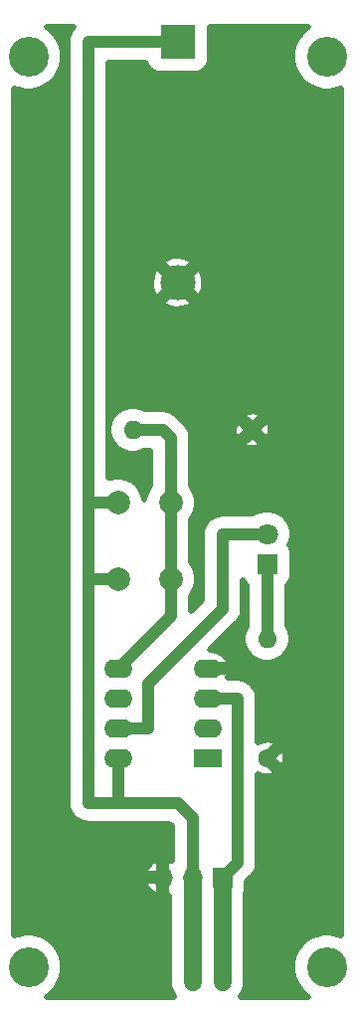
<source format=gbr>
%TF.GenerationSoftware,KiCad,Pcbnew,5.1.9-73d0e3b20d~88~ubuntu20.04.1*%
%TF.CreationDate,2021-01-03T20:56:05+01:00*%
%TF.ProjectId,placa_emisor_attiny,706c6163-615f-4656-9d69-736f725f6174,rev?*%
%TF.SameCoordinates,Original*%
%TF.FileFunction,Copper,L2,Bot*%
%TF.FilePolarity,Positive*%
%FSLAX46Y46*%
G04 Gerber Fmt 4.6, Leading zero omitted, Abs format (unit mm)*
G04 Created by KiCad (PCBNEW 5.1.9-73d0e3b20d~88~ubuntu20.04.1) date 2021-01-03 20:56:05*
%MOMM*%
%LPD*%
G01*
G04 APERTURE LIST*
%TA.AperFunction,ComponentPad*%
%ADD10O,1.700000X1.700000*%
%TD*%
%TA.AperFunction,ComponentPad*%
%ADD11R,1.700000X1.700000*%
%TD*%
%TA.AperFunction,ComponentPad*%
%ADD12R,3.000000X3.000000*%
%TD*%
%TA.AperFunction,ComponentPad*%
%ADD13C,3.000000*%
%TD*%
%TA.AperFunction,ComponentPad*%
%ADD14C,1.800000*%
%TD*%
%TA.AperFunction,ComponentPad*%
%ADD15R,1.800000X1.800000*%
%TD*%
%TA.AperFunction,ComponentPad*%
%ADD16C,1.600000*%
%TD*%
%TA.AperFunction,ComponentPad*%
%ADD17O,1.600000X1.600000*%
%TD*%
%TA.AperFunction,ComponentPad*%
%ADD18C,2.000000*%
%TD*%
%TA.AperFunction,ComponentPad*%
%ADD19O,2.400000X1.600000*%
%TD*%
%TA.AperFunction,ComponentPad*%
%ADD20R,2.400000X1.600000*%
%TD*%
%TA.AperFunction,ViaPad*%
%ADD21C,3.400000*%
%TD*%
%TA.AperFunction,ViaPad*%
%ADD22C,1.524000*%
%TD*%
%TA.AperFunction,Conductor*%
%ADD23C,1.000000*%
%TD*%
%TA.AperFunction,Conductor*%
%ADD24C,1.500000*%
%TD*%
%TA.AperFunction,Conductor*%
%ADD25C,0.500000*%
%TD*%
%TA.AperFunction,Conductor*%
%ADD26C,0.100000*%
%TD*%
G04 APERTURE END LIST*
D10*
%TO.P,J1,3*%
%TO.N,GND*%
X140970000Y-146050000D03*
%TO.P,J1,2*%
%TO.N,VCC*%
X143510000Y-146050000D03*
D11*
%TO.P,J1,1*%
%TO.N,/S*%
X146050000Y-146050000D03*
%TD*%
D12*
%TO.P,BT1,1*%
%TO.N,VCC*%
X142240000Y-74930000D03*
D13*
%TO.P,BT1,2*%
%TO.N,GND*%
X142240000Y-95420000D03*
%TD*%
D14*
%TO.P,D1,2*%
%TO.N,Net-(D1-Pad2)*%
X149860000Y-116840000D03*
D15*
%TO.P,D1,1*%
%TO.N,Net-(D1-Pad1)*%
X149860000Y-119380000D03*
%TD*%
D16*
%TO.P,R1,1*%
%TO.N,GND*%
X148590000Y-107950000D03*
D17*
%TO.P,R1,2*%
%TO.N,Net-(R1-Pad2)*%
X138430000Y-107950000D03*
%TD*%
D16*
%TO.P,R2,1*%
%TO.N,GND*%
X149860000Y-135890000D03*
D17*
%TO.P,R2,2*%
%TO.N,Net-(D1-Pad1)*%
X149860000Y-125730000D03*
%TD*%
D18*
%TO.P,SW1,1*%
%TO.N,VCC*%
X137160000Y-114150000D03*
%TO.P,SW1,2*%
%TO.N,Net-(R1-Pad2)*%
X141660000Y-114150000D03*
%TO.P,SW1,1*%
%TO.N,VCC*%
X137160000Y-120650000D03*
%TO.P,SW1,2*%
%TO.N,Net-(R1-Pad2)*%
X141660000Y-120650000D03*
%TD*%
D19*
%TO.P,U1,8*%
%TO.N,VCC*%
X137160000Y-135890000D03*
%TO.P,U1,4*%
%TO.N,GND*%
X144780000Y-128270000D03*
%TO.P,U1,7*%
%TO.N,Net-(D1-Pad2)*%
X137160000Y-133350000D03*
%TO.P,U1,3*%
%TO.N,/S*%
X144780000Y-130810000D03*
%TO.P,U1,6*%
%TO.N,Net-(U1-Pad6)*%
X137160000Y-130810000D03*
%TO.P,U1,2*%
%TO.N,Net-(U1-Pad2)*%
X144780000Y-133350000D03*
%TO.P,U1,5*%
%TO.N,Net-(R1-Pad2)*%
X137160000Y-128270000D03*
D20*
%TO.P,U1,1*%
%TO.N,Net-(U1-Pad1)*%
X144780000Y-135890000D03*
%TD*%
D21*
%TO.N,*%
X129540000Y-76200000D03*
X154940000Y-76200000D03*
X154940000Y-153670000D03*
X129540000Y-153670000D03*
D22*
%TO.N,GND*%
X138430000Y-142240000D03*
X149860000Y-142240000D03*
%TD*%
D23*
%TO.N,GND*%
X149860000Y-142240000D02*
X149860000Y-142240000D01*
%TO.N,VCC*%
X142240000Y-74930000D02*
X134620000Y-74930000D01*
X134770000Y-114150000D02*
X134620000Y-114300000D01*
X137160000Y-114150000D02*
X134770000Y-114150000D01*
X134620000Y-74930000D02*
X134620000Y-114300000D01*
X137160000Y-120650000D02*
X134620000Y-120650000D01*
X134620000Y-120650000D02*
X134620000Y-139700000D01*
X134620000Y-114300000D02*
X134620000Y-120650000D01*
X137160000Y-135890000D02*
X137160000Y-139700000D01*
X134620000Y-139700000D02*
X137160000Y-139700000D01*
X143510000Y-140970000D02*
X143510000Y-146050000D01*
X142240000Y-139700000D02*
X143510000Y-140970000D01*
X137160000Y-139700000D02*
X142240000Y-139700000D01*
D24*
X143510000Y-146050000D02*
X143510000Y-154940000D01*
D23*
%TO.N,Net-(D1-Pad1)*%
X149860000Y-125730000D02*
X149860000Y-119380000D01*
%TO.N,Net-(D1-Pad2)*%
X146050000Y-116840000D02*
X149860000Y-116840000D01*
X139700000Y-133350000D02*
X139700000Y-129540000D01*
X146050000Y-123190000D02*
X146050000Y-116840000D01*
X139700000Y-129540000D02*
X146050000Y-123190000D01*
X137160000Y-133350000D02*
X139700000Y-133350000D01*
%TO.N,/S*%
X147320000Y-130810000D02*
X147320000Y-144780000D01*
X147320000Y-144780000D02*
X146050000Y-146050000D01*
X144780000Y-130810000D02*
X147320000Y-130810000D01*
D24*
X146050000Y-146050000D02*
X146050000Y-154940000D01*
D23*
%TO.N,Net-(R1-Pad2)*%
X138430000Y-107950000D02*
X140970000Y-107950000D01*
X141660000Y-108640000D02*
X141660000Y-114150000D01*
X140970000Y-107950000D02*
X141660000Y-108640000D01*
X141660000Y-114150000D02*
X141660000Y-120650000D01*
X141660000Y-123770000D02*
X137160000Y-128270000D01*
X141660000Y-120650000D02*
X141660000Y-123770000D01*
%TD*%
D25*
%TO.N,GND*%
X153059484Y-73908585D02*
X152648585Y-74319484D01*
X152325744Y-74802651D01*
X152103367Y-75339517D01*
X151990000Y-75909450D01*
X151990000Y-76490550D01*
X152103367Y-77060483D01*
X152325744Y-77597349D01*
X152648585Y-78080516D01*
X153059484Y-78491415D01*
X153542651Y-78814256D01*
X154079517Y-79036633D01*
X154649450Y-79150000D01*
X155230550Y-79150000D01*
X155800483Y-79036633D01*
X156180000Y-78879432D01*
X156180001Y-150990568D01*
X155800483Y-150833367D01*
X155230550Y-150720000D01*
X154649450Y-150720000D01*
X154079517Y-150833367D01*
X153542651Y-151055744D01*
X153059484Y-151378585D01*
X152648585Y-151789484D01*
X152325744Y-152272651D01*
X152103367Y-152809517D01*
X151990000Y-153379450D01*
X151990000Y-153960550D01*
X152103367Y-154530483D01*
X152325744Y-155067349D01*
X152648585Y-155550516D01*
X153059484Y-155961415D01*
X153386620Y-156180000D01*
X147619645Y-156180000D01*
X147720985Y-156056517D01*
X147906699Y-155709070D01*
X148021062Y-155332069D01*
X148050000Y-155038253D01*
X148050000Y-147400195D01*
X148060437Y-147380669D01*
X148131913Y-147145043D01*
X148156048Y-146900000D01*
X148156048Y-146418826D01*
X148496649Y-146078225D01*
X148563424Y-146023424D01*
X148622248Y-145951747D01*
X148782112Y-145756953D01*
X148868970Y-145594453D01*
X148944612Y-145452936D01*
X149044679Y-145123060D01*
X149070000Y-144865968D01*
X149070000Y-144865959D01*
X149078466Y-144780001D01*
X149070000Y-144694043D01*
X149070000Y-137232872D01*
X149208207Y-137313402D01*
X149498423Y-137413211D01*
X149802534Y-137454483D01*
X150108854Y-137435633D01*
X150405611Y-137357385D01*
X150681399Y-137222746D01*
X150776961Y-137158894D01*
X150830173Y-136865830D01*
X149860000Y-135895657D01*
X149845858Y-135909799D01*
X149840201Y-135904142D01*
X149854343Y-135890000D01*
X149865657Y-135890000D01*
X150835830Y-136860173D01*
X151128894Y-136806961D01*
X151283402Y-136541793D01*
X151383211Y-136251577D01*
X151424483Y-135947466D01*
X151405633Y-135641146D01*
X151327385Y-135344389D01*
X151192746Y-135068601D01*
X151128894Y-134973039D01*
X150835830Y-134919827D01*
X149865657Y-135890000D01*
X149854343Y-135890000D01*
X149840201Y-135875858D01*
X149845858Y-135870201D01*
X149860000Y-135884343D01*
X150830173Y-134914170D01*
X150776961Y-134621106D01*
X150511793Y-134466598D01*
X150221577Y-134366789D01*
X149917466Y-134325517D01*
X149611146Y-134344367D01*
X149314389Y-134422615D01*
X149070000Y-134541925D01*
X149070000Y-130895968D01*
X149078467Y-130810000D01*
X149044679Y-130466940D01*
X148944612Y-130137064D01*
X148782112Y-129833048D01*
X148563424Y-129566576D01*
X148296952Y-129347888D01*
X147992936Y-129185388D01*
X147663060Y-129085321D01*
X147405968Y-129060000D01*
X147320000Y-129051533D01*
X147234032Y-129060000D01*
X146516033Y-129060000D01*
X146620934Y-128862526D01*
X146708843Y-128570029D01*
X146718188Y-128517675D01*
X146548494Y-128274000D01*
X144784000Y-128274000D01*
X144784000Y-128294000D01*
X144776000Y-128294000D01*
X144776000Y-128274000D01*
X144756000Y-128274000D01*
X144756000Y-128266000D01*
X144776000Y-128266000D01*
X144776000Y-128246000D01*
X144784000Y-128246000D01*
X144784000Y-128266000D01*
X146548494Y-128266000D01*
X146718188Y-128022325D01*
X146708843Y-127969971D01*
X146620934Y-127677474D01*
X146477651Y-127407747D01*
X146284500Y-127171156D01*
X146048904Y-126976793D01*
X145779916Y-126832127D01*
X145487874Y-126742717D01*
X145184000Y-126712000D01*
X145002874Y-126712000D01*
X147226651Y-124488223D01*
X147293424Y-124433424D01*
X147348225Y-124366649D01*
X147512112Y-124166953D01*
X147674611Y-123862937D01*
X147674612Y-123862936D01*
X147774679Y-123533060D01*
X147800000Y-123275968D01*
X147800000Y-123275959D01*
X147808466Y-123190001D01*
X147800000Y-123104043D01*
X147800000Y-120761487D01*
X147915634Y-120977823D01*
X148071840Y-121168160D01*
X148110001Y-121199478D01*
X148110000Y-124659158D01*
X148043314Y-124758961D01*
X147888780Y-125132037D01*
X147810000Y-125528093D01*
X147810000Y-125931907D01*
X147888780Y-126327963D01*
X148043314Y-126701039D01*
X148267661Y-127036799D01*
X148553201Y-127322339D01*
X148888961Y-127546686D01*
X149262037Y-127701220D01*
X149658093Y-127780000D01*
X150061907Y-127780000D01*
X150457963Y-127701220D01*
X150831039Y-127546686D01*
X151166799Y-127322339D01*
X151452339Y-127036799D01*
X151676686Y-126701039D01*
X151831220Y-126327963D01*
X151910000Y-125931907D01*
X151910000Y-125528093D01*
X151831220Y-125132037D01*
X151676686Y-124758961D01*
X151610000Y-124659158D01*
X151610000Y-121199477D01*
X151648160Y-121168160D01*
X151804366Y-120977823D01*
X151920437Y-120760669D01*
X151991913Y-120525043D01*
X152016048Y-120280000D01*
X152016048Y-118480000D01*
X151991913Y-118234957D01*
X151920437Y-117999331D01*
X151804366Y-117782177D01*
X151799391Y-117776115D01*
X151927377Y-117467132D01*
X152010000Y-117051757D01*
X152010000Y-116628243D01*
X151927377Y-116212868D01*
X151765305Y-115821593D01*
X151530014Y-115469455D01*
X151230545Y-115169986D01*
X150878407Y-114934695D01*
X150487132Y-114772623D01*
X150071757Y-114690000D01*
X149648243Y-114690000D01*
X149232868Y-114772623D01*
X148841593Y-114934695D01*
X148609163Y-115090000D01*
X146135968Y-115090000D01*
X146050000Y-115081533D01*
X145964032Y-115090000D01*
X145706940Y-115115321D01*
X145377064Y-115215388D01*
X145073048Y-115377888D01*
X144806576Y-115596576D01*
X144587888Y-115863048D01*
X144425388Y-116167064D01*
X144325321Y-116496940D01*
X144291533Y-116840000D01*
X144300001Y-116925978D01*
X144300000Y-122465126D01*
X143410000Y-123355126D01*
X143410000Y-122080833D01*
X143653924Y-121715775D01*
X143823534Y-121306301D01*
X143910000Y-120871606D01*
X143910000Y-120428394D01*
X143823534Y-119993699D01*
X143653924Y-119584225D01*
X143410000Y-119219167D01*
X143410000Y-115580833D01*
X143653924Y-115215775D01*
X143823534Y-114806301D01*
X143910000Y-114371606D01*
X143910000Y-113928394D01*
X143823534Y-113493699D01*
X143653924Y-113084225D01*
X143410000Y-112719167D01*
X143410000Y-108925830D01*
X147619827Y-108925830D01*
X147673039Y-109218894D01*
X147938207Y-109373402D01*
X148228423Y-109473211D01*
X148532534Y-109514483D01*
X148838854Y-109495633D01*
X149135611Y-109417385D01*
X149411399Y-109282746D01*
X149506961Y-109218894D01*
X149560173Y-108925830D01*
X148590000Y-107955657D01*
X147619827Y-108925830D01*
X143410000Y-108925830D01*
X143410000Y-108725957D01*
X143418466Y-108639999D01*
X143410000Y-108554041D01*
X143410000Y-108554032D01*
X143384679Y-108296940D01*
X143284612Y-107967064D01*
X143244775Y-107892534D01*
X147025517Y-107892534D01*
X147044367Y-108198854D01*
X147122615Y-108495611D01*
X147257254Y-108771399D01*
X147321106Y-108866961D01*
X147614170Y-108920173D01*
X148584343Y-107950000D01*
X148595657Y-107950000D01*
X149565830Y-108920173D01*
X149858894Y-108866961D01*
X150013402Y-108601793D01*
X150113211Y-108311577D01*
X150154483Y-108007466D01*
X150135633Y-107701146D01*
X150057385Y-107404389D01*
X149922746Y-107128601D01*
X149858894Y-107033039D01*
X149565830Y-106979827D01*
X148595657Y-107950000D01*
X148584343Y-107950000D01*
X147614170Y-106979827D01*
X147321106Y-107033039D01*
X147166598Y-107298207D01*
X147066789Y-107588423D01*
X147025517Y-107892534D01*
X143244775Y-107892534D01*
X143122112Y-107663048D01*
X142903424Y-107396576D01*
X142836645Y-107341772D01*
X142469043Y-106974170D01*
X147619827Y-106974170D01*
X148590000Y-107944343D01*
X149560173Y-106974170D01*
X149506961Y-106681106D01*
X149241793Y-106526598D01*
X148951577Y-106426789D01*
X148647466Y-106385517D01*
X148341146Y-106404367D01*
X148044389Y-106482615D01*
X147768601Y-106617254D01*
X147673039Y-106681106D01*
X147619827Y-106974170D01*
X142469043Y-106974170D01*
X142268229Y-106773356D01*
X142213424Y-106706576D01*
X141946952Y-106487888D01*
X141642936Y-106325388D01*
X141313060Y-106225321D01*
X141055968Y-106200000D01*
X141055965Y-106200000D01*
X140970000Y-106191533D01*
X140884035Y-106200000D01*
X139500842Y-106200000D01*
X139401039Y-106133314D01*
X139027963Y-105978780D01*
X138631907Y-105900000D01*
X138228093Y-105900000D01*
X137832037Y-105978780D01*
X137458961Y-106133314D01*
X137123201Y-106357661D01*
X136837661Y-106643201D01*
X136613314Y-106978961D01*
X136458780Y-107352037D01*
X136380000Y-107748093D01*
X136380000Y-108151907D01*
X136458780Y-108547963D01*
X136613314Y-108921039D01*
X136837661Y-109256799D01*
X137123201Y-109542339D01*
X137458961Y-109766686D01*
X137832037Y-109921220D01*
X138228093Y-110000000D01*
X138631907Y-110000000D01*
X139027963Y-109921220D01*
X139401039Y-109766686D01*
X139500842Y-109700000D01*
X139910000Y-109700000D01*
X139910001Y-112719166D01*
X139666076Y-113084225D01*
X139496466Y-113493699D01*
X139410000Y-113928394D01*
X139323534Y-113493699D01*
X139153924Y-113084225D01*
X138907689Y-112715708D01*
X138594292Y-112402311D01*
X138225775Y-112156076D01*
X137816301Y-111986466D01*
X137381606Y-111900000D01*
X136938394Y-111900000D01*
X136503699Y-111986466D01*
X136370000Y-112041846D01*
X136370000Y-96893201D01*
X140772456Y-96893201D01*
X140909598Y-97257947D01*
X141293726Y-97482180D01*
X141714220Y-97627165D01*
X142154919Y-97687329D01*
X142598888Y-97660362D01*
X143029065Y-97547298D01*
X143428919Y-97352484D01*
X143570402Y-97257947D01*
X143707544Y-96893201D01*
X142240000Y-95425657D01*
X140772456Y-96893201D01*
X136370000Y-96893201D01*
X136370000Y-95334919D01*
X139972671Y-95334919D01*
X139999638Y-95778888D01*
X140112702Y-96209065D01*
X140307516Y-96608919D01*
X140402053Y-96750402D01*
X140766799Y-96887544D01*
X142234343Y-95420000D01*
X142245657Y-95420000D01*
X143713201Y-96887544D01*
X144077947Y-96750402D01*
X144302180Y-96366274D01*
X144447165Y-95945780D01*
X144507329Y-95505081D01*
X144480362Y-95061112D01*
X144367298Y-94630935D01*
X144172484Y-94231081D01*
X144077947Y-94089598D01*
X143713201Y-93952456D01*
X142245657Y-95420000D01*
X142234343Y-95420000D01*
X140766799Y-93952456D01*
X140402053Y-94089598D01*
X140177820Y-94473726D01*
X140032835Y-94894220D01*
X139972671Y-95334919D01*
X136370000Y-95334919D01*
X136370000Y-93946799D01*
X140772456Y-93946799D01*
X142240000Y-95414343D01*
X143707544Y-93946799D01*
X143570402Y-93582053D01*
X143186274Y-93357820D01*
X142765780Y-93212835D01*
X142325081Y-93152671D01*
X141881112Y-93179638D01*
X141450935Y-93292702D01*
X141051081Y-93487516D01*
X140909598Y-93582053D01*
X140772456Y-93946799D01*
X136370000Y-93946799D01*
X136370000Y-76680000D01*
X139509591Y-76680000D01*
X139579563Y-76910669D01*
X139695634Y-77127823D01*
X139851840Y-77318160D01*
X140042177Y-77474366D01*
X140259331Y-77590437D01*
X140494957Y-77661913D01*
X140740000Y-77686048D01*
X143740000Y-77686048D01*
X143985043Y-77661913D01*
X144220669Y-77590437D01*
X144437823Y-77474366D01*
X144628160Y-77318160D01*
X144784366Y-77127823D01*
X144900437Y-76910669D01*
X144971913Y-76675043D01*
X144996048Y-76430000D01*
X144996048Y-73690000D01*
X153386620Y-73690000D01*
X153059484Y-73908585D01*
%TA.AperFunction,Conductor*%
D26*
G36*
X153059484Y-73908585D02*
G01*
X152648585Y-74319484D01*
X152325744Y-74802651D01*
X152103367Y-75339517D01*
X151990000Y-75909450D01*
X151990000Y-76490550D01*
X152103367Y-77060483D01*
X152325744Y-77597349D01*
X152648585Y-78080516D01*
X153059484Y-78491415D01*
X153542651Y-78814256D01*
X154079517Y-79036633D01*
X154649450Y-79150000D01*
X155230550Y-79150000D01*
X155800483Y-79036633D01*
X156180000Y-78879432D01*
X156180001Y-150990568D01*
X155800483Y-150833367D01*
X155230550Y-150720000D01*
X154649450Y-150720000D01*
X154079517Y-150833367D01*
X153542651Y-151055744D01*
X153059484Y-151378585D01*
X152648585Y-151789484D01*
X152325744Y-152272651D01*
X152103367Y-152809517D01*
X151990000Y-153379450D01*
X151990000Y-153960550D01*
X152103367Y-154530483D01*
X152325744Y-155067349D01*
X152648585Y-155550516D01*
X153059484Y-155961415D01*
X153386620Y-156180000D01*
X147619645Y-156180000D01*
X147720985Y-156056517D01*
X147906699Y-155709070D01*
X148021062Y-155332069D01*
X148050000Y-155038253D01*
X148050000Y-147400195D01*
X148060437Y-147380669D01*
X148131913Y-147145043D01*
X148156048Y-146900000D01*
X148156048Y-146418826D01*
X148496649Y-146078225D01*
X148563424Y-146023424D01*
X148622248Y-145951747D01*
X148782112Y-145756953D01*
X148868970Y-145594453D01*
X148944612Y-145452936D01*
X149044679Y-145123060D01*
X149070000Y-144865968D01*
X149070000Y-144865959D01*
X149078466Y-144780001D01*
X149070000Y-144694043D01*
X149070000Y-137232872D01*
X149208207Y-137313402D01*
X149498423Y-137413211D01*
X149802534Y-137454483D01*
X150108854Y-137435633D01*
X150405611Y-137357385D01*
X150681399Y-137222746D01*
X150776961Y-137158894D01*
X150830173Y-136865830D01*
X149860000Y-135895657D01*
X149845858Y-135909799D01*
X149840201Y-135904142D01*
X149854343Y-135890000D01*
X149865657Y-135890000D01*
X150835830Y-136860173D01*
X151128894Y-136806961D01*
X151283402Y-136541793D01*
X151383211Y-136251577D01*
X151424483Y-135947466D01*
X151405633Y-135641146D01*
X151327385Y-135344389D01*
X151192746Y-135068601D01*
X151128894Y-134973039D01*
X150835830Y-134919827D01*
X149865657Y-135890000D01*
X149854343Y-135890000D01*
X149840201Y-135875858D01*
X149845858Y-135870201D01*
X149860000Y-135884343D01*
X150830173Y-134914170D01*
X150776961Y-134621106D01*
X150511793Y-134466598D01*
X150221577Y-134366789D01*
X149917466Y-134325517D01*
X149611146Y-134344367D01*
X149314389Y-134422615D01*
X149070000Y-134541925D01*
X149070000Y-130895968D01*
X149078467Y-130810000D01*
X149044679Y-130466940D01*
X148944612Y-130137064D01*
X148782112Y-129833048D01*
X148563424Y-129566576D01*
X148296952Y-129347888D01*
X147992936Y-129185388D01*
X147663060Y-129085321D01*
X147405968Y-129060000D01*
X147320000Y-129051533D01*
X147234032Y-129060000D01*
X146516033Y-129060000D01*
X146620934Y-128862526D01*
X146708843Y-128570029D01*
X146718188Y-128517675D01*
X146548494Y-128274000D01*
X144784000Y-128274000D01*
X144784000Y-128294000D01*
X144776000Y-128294000D01*
X144776000Y-128274000D01*
X144756000Y-128274000D01*
X144756000Y-128266000D01*
X144776000Y-128266000D01*
X144776000Y-128246000D01*
X144784000Y-128246000D01*
X144784000Y-128266000D01*
X146548494Y-128266000D01*
X146718188Y-128022325D01*
X146708843Y-127969971D01*
X146620934Y-127677474D01*
X146477651Y-127407747D01*
X146284500Y-127171156D01*
X146048904Y-126976793D01*
X145779916Y-126832127D01*
X145487874Y-126742717D01*
X145184000Y-126712000D01*
X145002874Y-126712000D01*
X147226651Y-124488223D01*
X147293424Y-124433424D01*
X147348225Y-124366649D01*
X147512112Y-124166953D01*
X147674611Y-123862937D01*
X147674612Y-123862936D01*
X147774679Y-123533060D01*
X147800000Y-123275968D01*
X147800000Y-123275959D01*
X147808466Y-123190001D01*
X147800000Y-123104043D01*
X147800000Y-120761487D01*
X147915634Y-120977823D01*
X148071840Y-121168160D01*
X148110001Y-121199478D01*
X148110000Y-124659158D01*
X148043314Y-124758961D01*
X147888780Y-125132037D01*
X147810000Y-125528093D01*
X147810000Y-125931907D01*
X147888780Y-126327963D01*
X148043314Y-126701039D01*
X148267661Y-127036799D01*
X148553201Y-127322339D01*
X148888961Y-127546686D01*
X149262037Y-127701220D01*
X149658093Y-127780000D01*
X150061907Y-127780000D01*
X150457963Y-127701220D01*
X150831039Y-127546686D01*
X151166799Y-127322339D01*
X151452339Y-127036799D01*
X151676686Y-126701039D01*
X151831220Y-126327963D01*
X151910000Y-125931907D01*
X151910000Y-125528093D01*
X151831220Y-125132037D01*
X151676686Y-124758961D01*
X151610000Y-124659158D01*
X151610000Y-121199477D01*
X151648160Y-121168160D01*
X151804366Y-120977823D01*
X151920437Y-120760669D01*
X151991913Y-120525043D01*
X152016048Y-120280000D01*
X152016048Y-118480000D01*
X151991913Y-118234957D01*
X151920437Y-117999331D01*
X151804366Y-117782177D01*
X151799391Y-117776115D01*
X151927377Y-117467132D01*
X152010000Y-117051757D01*
X152010000Y-116628243D01*
X151927377Y-116212868D01*
X151765305Y-115821593D01*
X151530014Y-115469455D01*
X151230545Y-115169986D01*
X150878407Y-114934695D01*
X150487132Y-114772623D01*
X150071757Y-114690000D01*
X149648243Y-114690000D01*
X149232868Y-114772623D01*
X148841593Y-114934695D01*
X148609163Y-115090000D01*
X146135968Y-115090000D01*
X146050000Y-115081533D01*
X145964032Y-115090000D01*
X145706940Y-115115321D01*
X145377064Y-115215388D01*
X145073048Y-115377888D01*
X144806576Y-115596576D01*
X144587888Y-115863048D01*
X144425388Y-116167064D01*
X144325321Y-116496940D01*
X144291533Y-116840000D01*
X144300001Y-116925978D01*
X144300000Y-122465126D01*
X143410000Y-123355126D01*
X143410000Y-122080833D01*
X143653924Y-121715775D01*
X143823534Y-121306301D01*
X143910000Y-120871606D01*
X143910000Y-120428394D01*
X143823534Y-119993699D01*
X143653924Y-119584225D01*
X143410000Y-119219167D01*
X143410000Y-115580833D01*
X143653924Y-115215775D01*
X143823534Y-114806301D01*
X143910000Y-114371606D01*
X143910000Y-113928394D01*
X143823534Y-113493699D01*
X143653924Y-113084225D01*
X143410000Y-112719167D01*
X143410000Y-108925830D01*
X147619827Y-108925830D01*
X147673039Y-109218894D01*
X147938207Y-109373402D01*
X148228423Y-109473211D01*
X148532534Y-109514483D01*
X148838854Y-109495633D01*
X149135611Y-109417385D01*
X149411399Y-109282746D01*
X149506961Y-109218894D01*
X149560173Y-108925830D01*
X148590000Y-107955657D01*
X147619827Y-108925830D01*
X143410000Y-108925830D01*
X143410000Y-108725957D01*
X143418466Y-108639999D01*
X143410000Y-108554041D01*
X143410000Y-108554032D01*
X143384679Y-108296940D01*
X143284612Y-107967064D01*
X143244775Y-107892534D01*
X147025517Y-107892534D01*
X147044367Y-108198854D01*
X147122615Y-108495611D01*
X147257254Y-108771399D01*
X147321106Y-108866961D01*
X147614170Y-108920173D01*
X148584343Y-107950000D01*
X148595657Y-107950000D01*
X149565830Y-108920173D01*
X149858894Y-108866961D01*
X150013402Y-108601793D01*
X150113211Y-108311577D01*
X150154483Y-108007466D01*
X150135633Y-107701146D01*
X150057385Y-107404389D01*
X149922746Y-107128601D01*
X149858894Y-107033039D01*
X149565830Y-106979827D01*
X148595657Y-107950000D01*
X148584343Y-107950000D01*
X147614170Y-106979827D01*
X147321106Y-107033039D01*
X147166598Y-107298207D01*
X147066789Y-107588423D01*
X147025517Y-107892534D01*
X143244775Y-107892534D01*
X143122112Y-107663048D01*
X142903424Y-107396576D01*
X142836645Y-107341772D01*
X142469043Y-106974170D01*
X147619827Y-106974170D01*
X148590000Y-107944343D01*
X149560173Y-106974170D01*
X149506961Y-106681106D01*
X149241793Y-106526598D01*
X148951577Y-106426789D01*
X148647466Y-106385517D01*
X148341146Y-106404367D01*
X148044389Y-106482615D01*
X147768601Y-106617254D01*
X147673039Y-106681106D01*
X147619827Y-106974170D01*
X142469043Y-106974170D01*
X142268229Y-106773356D01*
X142213424Y-106706576D01*
X141946952Y-106487888D01*
X141642936Y-106325388D01*
X141313060Y-106225321D01*
X141055968Y-106200000D01*
X141055965Y-106200000D01*
X140970000Y-106191533D01*
X140884035Y-106200000D01*
X139500842Y-106200000D01*
X139401039Y-106133314D01*
X139027963Y-105978780D01*
X138631907Y-105900000D01*
X138228093Y-105900000D01*
X137832037Y-105978780D01*
X137458961Y-106133314D01*
X137123201Y-106357661D01*
X136837661Y-106643201D01*
X136613314Y-106978961D01*
X136458780Y-107352037D01*
X136380000Y-107748093D01*
X136380000Y-108151907D01*
X136458780Y-108547963D01*
X136613314Y-108921039D01*
X136837661Y-109256799D01*
X137123201Y-109542339D01*
X137458961Y-109766686D01*
X137832037Y-109921220D01*
X138228093Y-110000000D01*
X138631907Y-110000000D01*
X139027963Y-109921220D01*
X139401039Y-109766686D01*
X139500842Y-109700000D01*
X139910000Y-109700000D01*
X139910001Y-112719166D01*
X139666076Y-113084225D01*
X139496466Y-113493699D01*
X139410000Y-113928394D01*
X139323534Y-113493699D01*
X139153924Y-113084225D01*
X138907689Y-112715708D01*
X138594292Y-112402311D01*
X138225775Y-112156076D01*
X137816301Y-111986466D01*
X137381606Y-111900000D01*
X136938394Y-111900000D01*
X136503699Y-111986466D01*
X136370000Y-112041846D01*
X136370000Y-96893201D01*
X140772456Y-96893201D01*
X140909598Y-97257947D01*
X141293726Y-97482180D01*
X141714220Y-97627165D01*
X142154919Y-97687329D01*
X142598888Y-97660362D01*
X143029065Y-97547298D01*
X143428919Y-97352484D01*
X143570402Y-97257947D01*
X143707544Y-96893201D01*
X142240000Y-95425657D01*
X140772456Y-96893201D01*
X136370000Y-96893201D01*
X136370000Y-95334919D01*
X139972671Y-95334919D01*
X139999638Y-95778888D01*
X140112702Y-96209065D01*
X140307516Y-96608919D01*
X140402053Y-96750402D01*
X140766799Y-96887544D01*
X142234343Y-95420000D01*
X142245657Y-95420000D01*
X143713201Y-96887544D01*
X144077947Y-96750402D01*
X144302180Y-96366274D01*
X144447165Y-95945780D01*
X144507329Y-95505081D01*
X144480362Y-95061112D01*
X144367298Y-94630935D01*
X144172484Y-94231081D01*
X144077947Y-94089598D01*
X143713201Y-93952456D01*
X142245657Y-95420000D01*
X142234343Y-95420000D01*
X140766799Y-93952456D01*
X140402053Y-94089598D01*
X140177820Y-94473726D01*
X140032835Y-94894220D01*
X139972671Y-95334919D01*
X136370000Y-95334919D01*
X136370000Y-93946799D01*
X140772456Y-93946799D01*
X142240000Y-95414343D01*
X143707544Y-93946799D01*
X143570402Y-93582053D01*
X143186274Y-93357820D01*
X142765780Y-93212835D01*
X142325081Y-93152671D01*
X141881112Y-93179638D01*
X141450935Y-93292702D01*
X141051081Y-93487516D01*
X140909598Y-93582053D01*
X140772456Y-93946799D01*
X136370000Y-93946799D01*
X136370000Y-76680000D01*
X139509591Y-76680000D01*
X139579563Y-76910669D01*
X139695634Y-77127823D01*
X139851840Y-77318160D01*
X140042177Y-77474366D01*
X140259331Y-77590437D01*
X140494957Y-77661913D01*
X140740000Y-77686048D01*
X143740000Y-77686048D01*
X143985043Y-77661913D01*
X144220669Y-77590437D01*
X144437823Y-77474366D01*
X144628160Y-77318160D01*
X144784366Y-77127823D01*
X144900437Y-76910669D01*
X144971913Y-76675043D01*
X144996048Y-76430000D01*
X144996048Y-73690000D01*
X153386620Y-73690000D01*
X153059484Y-73908585D01*
G37*
%TD.AperFunction*%
D25*
X133157888Y-73953048D02*
X132995388Y-74257064D01*
X132895321Y-74586940D01*
X132861533Y-74930000D01*
X132870000Y-75015968D01*
X132870001Y-114214025D01*
X132861533Y-114300000D01*
X132870000Y-114385966D01*
X132870001Y-120564022D01*
X132861533Y-120650000D01*
X132870000Y-120735968D01*
X132870001Y-139614022D01*
X132861533Y-139700000D01*
X132895321Y-140043060D01*
X132995388Y-140372936D01*
X133157888Y-140676952D01*
X133376576Y-140943424D01*
X133643048Y-141162112D01*
X133947064Y-141324612D01*
X134276940Y-141424679D01*
X134534032Y-141450000D01*
X134620000Y-141458467D01*
X134705968Y-141450000D01*
X137074032Y-141450000D01*
X137160000Y-141458467D01*
X137245968Y-141450000D01*
X141515127Y-141450000D01*
X141760000Y-141694874D01*
X141760001Y-144658219D01*
X141639569Y-144588035D01*
X141341488Y-144485500D01*
X141225497Y-144462428D01*
X140974000Y-144631506D01*
X140974000Y-146046000D01*
X140994000Y-146046000D01*
X140994000Y-146054000D01*
X140974000Y-146054000D01*
X140974000Y-147468494D01*
X141225497Y-147637572D01*
X141341488Y-147614500D01*
X141510000Y-147556535D01*
X141510001Y-155038253D01*
X141538939Y-155332069D01*
X141653302Y-155709070D01*
X141839016Y-156056517D01*
X141940356Y-156180000D01*
X131093380Y-156180000D01*
X131420516Y-155961415D01*
X131831415Y-155550516D01*
X132154256Y-155067349D01*
X132376633Y-154530483D01*
X132490000Y-153960550D01*
X132490000Y-153379450D01*
X132376633Y-152809517D01*
X132154256Y-152272651D01*
X131831415Y-151789484D01*
X131420516Y-151378585D01*
X130937349Y-151055744D01*
X130400483Y-150833367D01*
X129830550Y-150720000D01*
X129249450Y-150720000D01*
X128679517Y-150833367D01*
X128300000Y-150990568D01*
X128300000Y-146305497D01*
X139382428Y-146305497D01*
X139462778Y-146610308D01*
X139601050Y-146893586D01*
X139791929Y-147144446D01*
X140028081Y-147353247D01*
X140300431Y-147511965D01*
X140598512Y-147614500D01*
X140714503Y-147637572D01*
X140966000Y-147468494D01*
X140966000Y-146054000D01*
X139551505Y-146054000D01*
X139382428Y-146305497D01*
X128300000Y-146305497D01*
X128300000Y-145794503D01*
X139382428Y-145794503D01*
X139551505Y-146046000D01*
X140966000Y-146046000D01*
X140966000Y-144631506D01*
X140714503Y-144462428D01*
X140598512Y-144485500D01*
X140300431Y-144588035D01*
X140028081Y-144746753D01*
X139791929Y-144955554D01*
X139601050Y-145206414D01*
X139462778Y-145489692D01*
X139382428Y-145794503D01*
X128300000Y-145794503D01*
X128300000Y-78879432D01*
X128679517Y-79036633D01*
X129249450Y-79150000D01*
X129830550Y-79150000D01*
X130400483Y-79036633D01*
X130937349Y-78814256D01*
X131420516Y-78491415D01*
X131831415Y-78080516D01*
X132154256Y-77597349D01*
X132376633Y-77060483D01*
X132490000Y-76490550D01*
X132490000Y-75909450D01*
X132376633Y-75339517D01*
X132154256Y-74802651D01*
X131831415Y-74319484D01*
X131420516Y-73908585D01*
X131093380Y-73690000D01*
X133373766Y-73690000D01*
X133157888Y-73953048D01*
%TA.AperFunction,Conductor*%
D26*
G36*
X133157888Y-73953048D02*
G01*
X132995388Y-74257064D01*
X132895321Y-74586940D01*
X132861533Y-74930000D01*
X132870000Y-75015968D01*
X132870001Y-114214025D01*
X132861533Y-114300000D01*
X132870000Y-114385966D01*
X132870001Y-120564022D01*
X132861533Y-120650000D01*
X132870000Y-120735968D01*
X132870001Y-139614022D01*
X132861533Y-139700000D01*
X132895321Y-140043060D01*
X132995388Y-140372936D01*
X133157888Y-140676952D01*
X133376576Y-140943424D01*
X133643048Y-141162112D01*
X133947064Y-141324612D01*
X134276940Y-141424679D01*
X134534032Y-141450000D01*
X134620000Y-141458467D01*
X134705968Y-141450000D01*
X137074032Y-141450000D01*
X137160000Y-141458467D01*
X137245968Y-141450000D01*
X141515127Y-141450000D01*
X141760000Y-141694874D01*
X141760001Y-144658219D01*
X141639569Y-144588035D01*
X141341488Y-144485500D01*
X141225497Y-144462428D01*
X140974000Y-144631506D01*
X140974000Y-146046000D01*
X140994000Y-146046000D01*
X140994000Y-146054000D01*
X140974000Y-146054000D01*
X140974000Y-147468494D01*
X141225497Y-147637572D01*
X141341488Y-147614500D01*
X141510000Y-147556535D01*
X141510001Y-155038253D01*
X141538939Y-155332069D01*
X141653302Y-155709070D01*
X141839016Y-156056517D01*
X141940356Y-156180000D01*
X131093380Y-156180000D01*
X131420516Y-155961415D01*
X131831415Y-155550516D01*
X132154256Y-155067349D01*
X132376633Y-154530483D01*
X132490000Y-153960550D01*
X132490000Y-153379450D01*
X132376633Y-152809517D01*
X132154256Y-152272651D01*
X131831415Y-151789484D01*
X131420516Y-151378585D01*
X130937349Y-151055744D01*
X130400483Y-150833367D01*
X129830550Y-150720000D01*
X129249450Y-150720000D01*
X128679517Y-150833367D01*
X128300000Y-150990568D01*
X128300000Y-146305497D01*
X139382428Y-146305497D01*
X139462778Y-146610308D01*
X139601050Y-146893586D01*
X139791929Y-147144446D01*
X140028081Y-147353247D01*
X140300431Y-147511965D01*
X140598512Y-147614500D01*
X140714503Y-147637572D01*
X140966000Y-147468494D01*
X140966000Y-146054000D01*
X139551505Y-146054000D01*
X139382428Y-146305497D01*
X128300000Y-146305497D01*
X128300000Y-145794503D01*
X139382428Y-145794503D01*
X139551505Y-146046000D01*
X140966000Y-146046000D01*
X140966000Y-144631506D01*
X140714503Y-144462428D01*
X140598512Y-144485500D01*
X140300431Y-144588035D01*
X140028081Y-144746753D01*
X139791929Y-144955554D01*
X139601050Y-145206414D01*
X139462778Y-145489692D01*
X139382428Y-145794503D01*
X128300000Y-145794503D01*
X128300000Y-78879432D01*
X128679517Y-79036633D01*
X129249450Y-79150000D01*
X129830550Y-79150000D01*
X130400483Y-79036633D01*
X130937349Y-78814256D01*
X131420516Y-78491415D01*
X131831415Y-78080516D01*
X132154256Y-77597349D01*
X132376633Y-77060483D01*
X132490000Y-76490550D01*
X132490000Y-75909450D01*
X132376633Y-75339517D01*
X132154256Y-74802651D01*
X131831415Y-74319484D01*
X131420516Y-73908585D01*
X131093380Y-73690000D01*
X133373766Y-73690000D01*
X133157888Y-73953048D01*
G37*
%TD.AperFunction*%
%TD*%
D23*
%TO.N,GND*%
X152454398Y-74160119D02*
X152104197Y-74684232D01*
X151862975Y-75266595D01*
X151740000Y-75884828D01*
X151740000Y-76515172D01*
X151862975Y-77133405D01*
X152104197Y-77715768D01*
X152454398Y-78239881D01*
X152900119Y-78685602D01*
X153424232Y-79035803D01*
X154006595Y-79277025D01*
X154624828Y-79400000D01*
X155255172Y-79400000D01*
X155873405Y-79277025D01*
X155930000Y-79253583D01*
X155930001Y-150616418D01*
X155873405Y-150592975D01*
X155255172Y-150470000D01*
X154624828Y-150470000D01*
X154006595Y-150592975D01*
X153424232Y-150834197D01*
X152900119Y-151184398D01*
X152454398Y-151630119D01*
X152104197Y-152154232D01*
X151862975Y-152736595D01*
X151740000Y-153354828D01*
X151740000Y-153985172D01*
X151862975Y-154603405D01*
X152104197Y-155185768D01*
X152454398Y-155709881D01*
X152674517Y-155930000D01*
X148072081Y-155930000D01*
X148138786Y-155805204D01*
X148267444Y-155381077D01*
X148300000Y-155050528D01*
X148300000Y-147452157D01*
X148378295Y-147194051D01*
X148407257Y-146900000D01*
X148407257Y-146521169D01*
X148664734Y-146263692D01*
X148741056Y-146201056D01*
X148990985Y-145896517D01*
X149176699Y-145549070D01*
X149291062Y-145172069D01*
X149320000Y-144878253D01*
X149320000Y-144878244D01*
X149329676Y-144780001D01*
X149320000Y-144681758D01*
X149320000Y-138237811D01*
X149345759Y-138246149D01*
X149815302Y-138301200D01*
X150286563Y-138263590D01*
X150741431Y-138134764D01*
X151162426Y-137919672D01*
X151236755Y-137870006D01*
X151246631Y-137347341D01*
X149860000Y-135960711D01*
X149845858Y-135974853D01*
X149775147Y-135904142D01*
X149789289Y-135890000D01*
X149930711Y-135890000D01*
X151317341Y-137276631D01*
X151840006Y-137266755D01*
X152070553Y-136854021D01*
X152216149Y-136404241D01*
X152271200Y-135934698D01*
X152233590Y-135463437D01*
X152104764Y-135008569D01*
X151889672Y-134587574D01*
X151840006Y-134513245D01*
X151317341Y-134503369D01*
X149930711Y-135890000D01*
X149789289Y-135890000D01*
X149775147Y-135875858D01*
X149845858Y-135805147D01*
X149860000Y-135819289D01*
X151246631Y-134432659D01*
X151236755Y-133909994D01*
X150824021Y-133679447D01*
X150374241Y-133533851D01*
X149904698Y-133478800D01*
X149433437Y-133516410D01*
X149320000Y-133548537D01*
X149320000Y-130908253D01*
X149329677Y-130810000D01*
X149291062Y-130417931D01*
X149176699Y-130040930D01*
X148990985Y-129693483D01*
X148741056Y-129388944D01*
X148436517Y-129139015D01*
X148089070Y-128953301D01*
X147712069Y-128838938D01*
X147507287Y-128818769D01*
X147542116Y-128694746D01*
X147179375Y-128320000D01*
X144830000Y-128320000D01*
X144830000Y-128340000D01*
X144730000Y-128340000D01*
X144730000Y-128320000D01*
X144710000Y-128320000D01*
X144710000Y-128220000D01*
X144730000Y-128220000D01*
X144730000Y-128200000D01*
X144830000Y-128200000D01*
X144830000Y-128220000D01*
X147179375Y-128220000D01*
X147542116Y-127845254D01*
X147416445Y-127397754D01*
X147203306Y-126978205D01*
X146912412Y-126608299D01*
X146554942Y-126302251D01*
X146144634Y-126071823D01*
X146033018Y-126035409D01*
X147394740Y-124673687D01*
X147471056Y-124611056D01*
X147720985Y-124306517D01*
X147860000Y-124046437D01*
X147860000Y-124583320D01*
X147821766Y-124640541D01*
X147648387Y-125059115D01*
X147560000Y-125503470D01*
X147560000Y-125956530D01*
X147648387Y-126400885D01*
X147821766Y-126819459D01*
X148073473Y-127196165D01*
X148393835Y-127516527D01*
X148770541Y-127768234D01*
X149189115Y-127941613D01*
X149633470Y-128030000D01*
X150086530Y-128030000D01*
X150530885Y-127941613D01*
X150949459Y-127768234D01*
X151326165Y-127516527D01*
X151646527Y-127196165D01*
X151898234Y-126819459D01*
X152071613Y-126400885D01*
X152160000Y-125956530D01*
X152160000Y-125503470D01*
X152071613Y-125059115D01*
X151898234Y-124640541D01*
X151860000Y-124583320D01*
X151860000Y-121304109D01*
X152013238Y-121117387D01*
X152152524Y-120856802D01*
X152238295Y-120574051D01*
X152267257Y-120280000D01*
X152267257Y-118480000D01*
X152238295Y-118185949D01*
X152152524Y-117903198D01*
X152076367Y-117760719D01*
X152167770Y-117540054D01*
X152260000Y-117076379D01*
X152260000Y-116603621D01*
X152167770Y-116139946D01*
X151986853Y-115703174D01*
X151724202Y-115310089D01*
X151389911Y-114975798D01*
X150996826Y-114713147D01*
X150560054Y-114532230D01*
X150096379Y-114440000D01*
X149623621Y-114440000D01*
X149159946Y-114532230D01*
X148723174Y-114713147D01*
X148533325Y-114840000D01*
X146148253Y-114840000D01*
X146050000Y-114830323D01*
X145951747Y-114840000D01*
X145657931Y-114868938D01*
X145280930Y-114983301D01*
X144933483Y-115169015D01*
X144628944Y-115418944D01*
X144379015Y-115723483D01*
X144193301Y-116070930D01*
X144078938Y-116447931D01*
X144040323Y-116840000D01*
X144050001Y-116938263D01*
X144050001Y-119887158D01*
X143875471Y-119465806D01*
X143660000Y-119143332D01*
X143660000Y-115656668D01*
X143875471Y-115334194D01*
X144063926Y-114879223D01*
X144160000Y-114396228D01*
X144160000Y-113903772D01*
X144063926Y-113420777D01*
X143875471Y-112965806D01*
X143660000Y-112643332D01*
X143660000Y-109407341D01*
X147203369Y-109407341D01*
X147213245Y-109930006D01*
X147625979Y-110160553D01*
X148075759Y-110306149D01*
X148545302Y-110361200D01*
X149016563Y-110323590D01*
X149471431Y-110194764D01*
X149892426Y-109979672D01*
X149966755Y-109930006D01*
X149976631Y-109407341D01*
X148590000Y-108020711D01*
X147203369Y-109407341D01*
X143660000Y-109407341D01*
X143660000Y-108738242D01*
X143669676Y-108639999D01*
X143660000Y-108541756D01*
X143660000Y-108541747D01*
X143631062Y-108247931D01*
X143527126Y-107905302D01*
X146178800Y-107905302D01*
X146216410Y-108376563D01*
X146345236Y-108831431D01*
X146560328Y-109252426D01*
X146609994Y-109326755D01*
X147132659Y-109336631D01*
X148519289Y-107950000D01*
X148660711Y-107950000D01*
X150047341Y-109336631D01*
X150570006Y-109326755D01*
X150800553Y-108914021D01*
X150946149Y-108464241D01*
X151001200Y-107994698D01*
X150963590Y-107523437D01*
X150834764Y-107068569D01*
X150619672Y-106647574D01*
X150570006Y-106573245D01*
X150047341Y-106563369D01*
X148660711Y-107950000D01*
X148519289Y-107950000D01*
X147132659Y-106563369D01*
X146609994Y-106573245D01*
X146379447Y-106985979D01*
X146233851Y-107435759D01*
X146178800Y-107905302D01*
X143527126Y-107905302D01*
X143516699Y-107870930D01*
X143330985Y-107523483D01*
X143081056Y-107218944D01*
X143004734Y-107156308D01*
X142453692Y-106605266D01*
X142391056Y-106528944D01*
X142346843Y-106492659D01*
X147203369Y-106492659D01*
X148590000Y-107879289D01*
X149976631Y-106492659D01*
X149966755Y-105969994D01*
X149554021Y-105739447D01*
X149104241Y-105593851D01*
X148634698Y-105538800D01*
X148163437Y-105576410D01*
X147708569Y-105705236D01*
X147287574Y-105920328D01*
X147213245Y-105969994D01*
X147203369Y-106492659D01*
X142346843Y-106492659D01*
X142086517Y-106279015D01*
X141739070Y-106093301D01*
X141362069Y-105978938D01*
X141068253Y-105950000D01*
X141068243Y-105950000D01*
X140970000Y-105940324D01*
X140871757Y-105950000D01*
X139576680Y-105950000D01*
X139519459Y-105911766D01*
X139100885Y-105738387D01*
X138656530Y-105650000D01*
X138203470Y-105650000D01*
X137759115Y-105738387D01*
X137340541Y-105911766D01*
X136963835Y-106163473D01*
X136643473Y-106483835D01*
X136620000Y-106518965D01*
X136620000Y-97374825D01*
X140355886Y-97374825D01*
X140449736Y-97969152D01*
X140981450Y-98269435D01*
X141561530Y-98460214D01*
X142167683Y-98534160D01*
X142776616Y-98488431D01*
X143364926Y-98324783D01*
X143910007Y-98049507D01*
X144030264Y-97969152D01*
X144124114Y-97374825D01*
X142240000Y-95490711D01*
X140355886Y-97374825D01*
X136620000Y-97374825D01*
X136620000Y-95347683D01*
X139125840Y-95347683D01*
X139171569Y-95956616D01*
X139335217Y-96544926D01*
X139610493Y-97090007D01*
X139690848Y-97210264D01*
X140285175Y-97304114D01*
X142169289Y-95420000D01*
X142310711Y-95420000D01*
X144194825Y-97304114D01*
X144789152Y-97210264D01*
X145089435Y-96678550D01*
X145280214Y-96098470D01*
X145354160Y-95492317D01*
X145308431Y-94883384D01*
X145144783Y-94295074D01*
X144869507Y-93749993D01*
X144789152Y-93629736D01*
X144194825Y-93535886D01*
X142310711Y-95420000D01*
X142169289Y-95420000D01*
X140285175Y-93535886D01*
X139690848Y-93629736D01*
X139390565Y-94161450D01*
X139199786Y-94741530D01*
X139125840Y-95347683D01*
X136620000Y-95347683D01*
X136620000Y-93465175D01*
X140355886Y-93465175D01*
X142240000Y-95349289D01*
X144124114Y-93465175D01*
X144030264Y-92870848D01*
X143498550Y-92570565D01*
X142918470Y-92379786D01*
X142312317Y-92305840D01*
X141703384Y-92351569D01*
X141115074Y-92515217D01*
X140569993Y-92790493D01*
X140449736Y-92870848D01*
X140355886Y-93465175D01*
X136620000Y-93465175D01*
X136620000Y-76930000D01*
X139324179Y-76930000D01*
X139347476Y-77006802D01*
X139486762Y-77267387D01*
X139674208Y-77495792D01*
X139902613Y-77683238D01*
X140163198Y-77822524D01*
X140445949Y-77908295D01*
X140740000Y-77937257D01*
X143740000Y-77937257D01*
X144034051Y-77908295D01*
X144316802Y-77822524D01*
X144577387Y-77683238D01*
X144805792Y-77495792D01*
X144993238Y-77267387D01*
X145132524Y-77006802D01*
X145218295Y-76724051D01*
X145247257Y-76430000D01*
X145247257Y-73940000D01*
X152674517Y-73940000D01*
X152454398Y-74160119D01*
%TA.AperFunction,Conductor*%
D26*
G36*
X152454398Y-74160119D02*
G01*
X152104197Y-74684232D01*
X151862975Y-75266595D01*
X151740000Y-75884828D01*
X151740000Y-76515172D01*
X151862975Y-77133405D01*
X152104197Y-77715768D01*
X152454398Y-78239881D01*
X152900119Y-78685602D01*
X153424232Y-79035803D01*
X154006595Y-79277025D01*
X154624828Y-79400000D01*
X155255172Y-79400000D01*
X155873405Y-79277025D01*
X155930000Y-79253583D01*
X155930001Y-150616418D01*
X155873405Y-150592975D01*
X155255172Y-150470000D01*
X154624828Y-150470000D01*
X154006595Y-150592975D01*
X153424232Y-150834197D01*
X152900119Y-151184398D01*
X152454398Y-151630119D01*
X152104197Y-152154232D01*
X151862975Y-152736595D01*
X151740000Y-153354828D01*
X151740000Y-153985172D01*
X151862975Y-154603405D01*
X152104197Y-155185768D01*
X152454398Y-155709881D01*
X152674517Y-155930000D01*
X148072081Y-155930000D01*
X148138786Y-155805204D01*
X148267444Y-155381077D01*
X148300000Y-155050528D01*
X148300000Y-147452157D01*
X148378295Y-147194051D01*
X148407257Y-146900000D01*
X148407257Y-146521169D01*
X148664734Y-146263692D01*
X148741056Y-146201056D01*
X148990985Y-145896517D01*
X149176699Y-145549070D01*
X149291062Y-145172069D01*
X149320000Y-144878253D01*
X149320000Y-144878244D01*
X149329676Y-144780001D01*
X149320000Y-144681758D01*
X149320000Y-138237811D01*
X149345759Y-138246149D01*
X149815302Y-138301200D01*
X150286563Y-138263590D01*
X150741431Y-138134764D01*
X151162426Y-137919672D01*
X151236755Y-137870006D01*
X151246631Y-137347341D01*
X149860000Y-135960711D01*
X149845858Y-135974853D01*
X149775147Y-135904142D01*
X149789289Y-135890000D01*
X149930711Y-135890000D01*
X151317341Y-137276631D01*
X151840006Y-137266755D01*
X152070553Y-136854021D01*
X152216149Y-136404241D01*
X152271200Y-135934698D01*
X152233590Y-135463437D01*
X152104764Y-135008569D01*
X151889672Y-134587574D01*
X151840006Y-134513245D01*
X151317341Y-134503369D01*
X149930711Y-135890000D01*
X149789289Y-135890000D01*
X149775147Y-135875858D01*
X149845858Y-135805147D01*
X149860000Y-135819289D01*
X151246631Y-134432659D01*
X151236755Y-133909994D01*
X150824021Y-133679447D01*
X150374241Y-133533851D01*
X149904698Y-133478800D01*
X149433437Y-133516410D01*
X149320000Y-133548537D01*
X149320000Y-130908253D01*
X149329677Y-130810000D01*
X149291062Y-130417931D01*
X149176699Y-130040930D01*
X148990985Y-129693483D01*
X148741056Y-129388944D01*
X148436517Y-129139015D01*
X148089070Y-128953301D01*
X147712069Y-128838938D01*
X147507287Y-128818769D01*
X147542116Y-128694746D01*
X147179375Y-128320000D01*
X144830000Y-128320000D01*
X144830000Y-128340000D01*
X144730000Y-128340000D01*
X144730000Y-128320000D01*
X144710000Y-128320000D01*
X144710000Y-128220000D01*
X144730000Y-128220000D01*
X144730000Y-128200000D01*
X144830000Y-128200000D01*
X144830000Y-128220000D01*
X147179375Y-128220000D01*
X147542116Y-127845254D01*
X147416445Y-127397754D01*
X147203306Y-126978205D01*
X146912412Y-126608299D01*
X146554942Y-126302251D01*
X146144634Y-126071823D01*
X146033018Y-126035409D01*
X147394740Y-124673687D01*
X147471056Y-124611056D01*
X147720985Y-124306517D01*
X147860000Y-124046437D01*
X147860000Y-124583320D01*
X147821766Y-124640541D01*
X147648387Y-125059115D01*
X147560000Y-125503470D01*
X147560000Y-125956530D01*
X147648387Y-126400885D01*
X147821766Y-126819459D01*
X148073473Y-127196165D01*
X148393835Y-127516527D01*
X148770541Y-127768234D01*
X149189115Y-127941613D01*
X149633470Y-128030000D01*
X150086530Y-128030000D01*
X150530885Y-127941613D01*
X150949459Y-127768234D01*
X151326165Y-127516527D01*
X151646527Y-127196165D01*
X151898234Y-126819459D01*
X152071613Y-126400885D01*
X152160000Y-125956530D01*
X152160000Y-125503470D01*
X152071613Y-125059115D01*
X151898234Y-124640541D01*
X151860000Y-124583320D01*
X151860000Y-121304109D01*
X152013238Y-121117387D01*
X152152524Y-120856802D01*
X152238295Y-120574051D01*
X152267257Y-120280000D01*
X152267257Y-118480000D01*
X152238295Y-118185949D01*
X152152524Y-117903198D01*
X152076367Y-117760719D01*
X152167770Y-117540054D01*
X152260000Y-117076379D01*
X152260000Y-116603621D01*
X152167770Y-116139946D01*
X151986853Y-115703174D01*
X151724202Y-115310089D01*
X151389911Y-114975798D01*
X150996826Y-114713147D01*
X150560054Y-114532230D01*
X150096379Y-114440000D01*
X149623621Y-114440000D01*
X149159946Y-114532230D01*
X148723174Y-114713147D01*
X148533325Y-114840000D01*
X146148253Y-114840000D01*
X146050000Y-114830323D01*
X145951747Y-114840000D01*
X145657931Y-114868938D01*
X145280930Y-114983301D01*
X144933483Y-115169015D01*
X144628944Y-115418944D01*
X144379015Y-115723483D01*
X144193301Y-116070930D01*
X144078938Y-116447931D01*
X144040323Y-116840000D01*
X144050001Y-116938263D01*
X144050001Y-119887158D01*
X143875471Y-119465806D01*
X143660000Y-119143332D01*
X143660000Y-115656668D01*
X143875471Y-115334194D01*
X144063926Y-114879223D01*
X144160000Y-114396228D01*
X144160000Y-113903772D01*
X144063926Y-113420777D01*
X143875471Y-112965806D01*
X143660000Y-112643332D01*
X143660000Y-109407341D01*
X147203369Y-109407341D01*
X147213245Y-109930006D01*
X147625979Y-110160553D01*
X148075759Y-110306149D01*
X148545302Y-110361200D01*
X149016563Y-110323590D01*
X149471431Y-110194764D01*
X149892426Y-109979672D01*
X149966755Y-109930006D01*
X149976631Y-109407341D01*
X148590000Y-108020711D01*
X147203369Y-109407341D01*
X143660000Y-109407341D01*
X143660000Y-108738242D01*
X143669676Y-108639999D01*
X143660000Y-108541756D01*
X143660000Y-108541747D01*
X143631062Y-108247931D01*
X143527126Y-107905302D01*
X146178800Y-107905302D01*
X146216410Y-108376563D01*
X146345236Y-108831431D01*
X146560328Y-109252426D01*
X146609994Y-109326755D01*
X147132659Y-109336631D01*
X148519289Y-107950000D01*
X148660711Y-107950000D01*
X150047341Y-109336631D01*
X150570006Y-109326755D01*
X150800553Y-108914021D01*
X150946149Y-108464241D01*
X151001200Y-107994698D01*
X150963590Y-107523437D01*
X150834764Y-107068569D01*
X150619672Y-106647574D01*
X150570006Y-106573245D01*
X150047341Y-106563369D01*
X148660711Y-107950000D01*
X148519289Y-107950000D01*
X147132659Y-106563369D01*
X146609994Y-106573245D01*
X146379447Y-106985979D01*
X146233851Y-107435759D01*
X146178800Y-107905302D01*
X143527126Y-107905302D01*
X143516699Y-107870930D01*
X143330985Y-107523483D01*
X143081056Y-107218944D01*
X143004734Y-107156308D01*
X142453692Y-106605266D01*
X142391056Y-106528944D01*
X142346843Y-106492659D01*
X147203369Y-106492659D01*
X148590000Y-107879289D01*
X149976631Y-106492659D01*
X149966755Y-105969994D01*
X149554021Y-105739447D01*
X149104241Y-105593851D01*
X148634698Y-105538800D01*
X148163437Y-105576410D01*
X147708569Y-105705236D01*
X147287574Y-105920328D01*
X147213245Y-105969994D01*
X147203369Y-106492659D01*
X142346843Y-106492659D01*
X142086517Y-106279015D01*
X141739070Y-106093301D01*
X141362069Y-105978938D01*
X141068253Y-105950000D01*
X141068243Y-105950000D01*
X140970000Y-105940324D01*
X140871757Y-105950000D01*
X139576680Y-105950000D01*
X139519459Y-105911766D01*
X139100885Y-105738387D01*
X138656530Y-105650000D01*
X138203470Y-105650000D01*
X137759115Y-105738387D01*
X137340541Y-105911766D01*
X136963835Y-106163473D01*
X136643473Y-106483835D01*
X136620000Y-106518965D01*
X136620000Y-97374825D01*
X140355886Y-97374825D01*
X140449736Y-97969152D01*
X140981450Y-98269435D01*
X141561530Y-98460214D01*
X142167683Y-98534160D01*
X142776616Y-98488431D01*
X143364926Y-98324783D01*
X143910007Y-98049507D01*
X144030264Y-97969152D01*
X144124114Y-97374825D01*
X142240000Y-95490711D01*
X140355886Y-97374825D01*
X136620000Y-97374825D01*
X136620000Y-95347683D01*
X139125840Y-95347683D01*
X139171569Y-95956616D01*
X139335217Y-96544926D01*
X139610493Y-97090007D01*
X139690848Y-97210264D01*
X140285175Y-97304114D01*
X142169289Y-95420000D01*
X142310711Y-95420000D01*
X144194825Y-97304114D01*
X144789152Y-97210264D01*
X145089435Y-96678550D01*
X145280214Y-96098470D01*
X145354160Y-95492317D01*
X145308431Y-94883384D01*
X145144783Y-94295074D01*
X144869507Y-93749993D01*
X144789152Y-93629736D01*
X144194825Y-93535886D01*
X142310711Y-95420000D01*
X142169289Y-95420000D01*
X140285175Y-93535886D01*
X139690848Y-93629736D01*
X139390565Y-94161450D01*
X139199786Y-94741530D01*
X139125840Y-95347683D01*
X136620000Y-95347683D01*
X136620000Y-93465175D01*
X140355886Y-93465175D01*
X142240000Y-95349289D01*
X144124114Y-93465175D01*
X144030264Y-92870848D01*
X143498550Y-92570565D01*
X142918470Y-92379786D01*
X142312317Y-92305840D01*
X141703384Y-92351569D01*
X141115074Y-92515217D01*
X140569993Y-92790493D01*
X140449736Y-92870848D01*
X140355886Y-93465175D01*
X136620000Y-93465175D01*
X136620000Y-76930000D01*
X139324179Y-76930000D01*
X139347476Y-77006802D01*
X139486762Y-77267387D01*
X139674208Y-77495792D01*
X139902613Y-77683238D01*
X140163198Y-77822524D01*
X140445949Y-77908295D01*
X140740000Y-77937257D01*
X143740000Y-77937257D01*
X144034051Y-77908295D01*
X144316802Y-77822524D01*
X144577387Y-77683238D01*
X144805792Y-77495792D01*
X144993238Y-77267387D01*
X145132524Y-77006802D01*
X145218295Y-76724051D01*
X145247257Y-76430000D01*
X145247257Y-73940000D01*
X152674517Y-73940000D01*
X152454398Y-74160119D01*
G37*
%TD.AperFunction*%
D23*
X132620001Y-114201738D02*
X132620000Y-114201748D01*
X132620000Y-114201757D01*
X132610324Y-114300000D01*
X132620000Y-114398243D01*
X132620001Y-120551737D01*
X132610323Y-120650000D01*
X132620000Y-120748253D01*
X132620001Y-139601737D01*
X132610323Y-139700000D01*
X132648938Y-140092069D01*
X132763301Y-140469070D01*
X132949015Y-140816517D01*
X133198944Y-141121056D01*
X133503483Y-141370985D01*
X133850930Y-141556699D01*
X134227931Y-141671062D01*
X134521747Y-141700000D01*
X134620000Y-141709677D01*
X134718253Y-141700000D01*
X137061747Y-141700000D01*
X137160000Y-141709677D01*
X137258253Y-141700000D01*
X141411574Y-141700000D01*
X141510000Y-141798426D01*
X141510001Y-143661960D01*
X141493204Y-143656517D01*
X141402569Y-143638489D01*
X141020000Y-144000610D01*
X141020000Y-146000000D01*
X141040000Y-146000000D01*
X141040000Y-146100000D01*
X141020000Y-146100000D01*
X141020000Y-148099390D01*
X141260000Y-148326562D01*
X141260001Y-155050528D01*
X141292557Y-155381077D01*
X141421215Y-155805204D01*
X141487920Y-155930000D01*
X131805483Y-155930000D01*
X132025602Y-155709881D01*
X132375803Y-155185768D01*
X132617025Y-154603405D01*
X132740000Y-153985172D01*
X132740000Y-153354828D01*
X132617025Y-152736595D01*
X132375803Y-152154232D01*
X132025602Y-151630119D01*
X131579881Y-151184398D01*
X131055768Y-150834197D01*
X130473405Y-150592975D01*
X129855172Y-150470000D01*
X129224828Y-150470000D01*
X128606595Y-150592975D01*
X128550000Y-150616417D01*
X128550000Y-146482569D01*
X138558488Y-146482569D01*
X138689215Y-146944720D01*
X138907591Y-147372487D01*
X139205224Y-147749432D01*
X139570676Y-148061069D01*
X139989904Y-148295421D01*
X140446796Y-148443483D01*
X140537431Y-148461511D01*
X140920000Y-148099390D01*
X140920000Y-146100000D01*
X138920509Y-146100000D01*
X138558488Y-146482569D01*
X128550000Y-146482569D01*
X128550000Y-145617431D01*
X138558488Y-145617431D01*
X138920509Y-146000000D01*
X140920000Y-146000000D01*
X140920000Y-144000610D01*
X140537431Y-143638489D01*
X140446796Y-143656517D01*
X139989904Y-143804579D01*
X139570676Y-144038931D01*
X139205224Y-144350568D01*
X138907591Y-144727513D01*
X138689215Y-145155280D01*
X138558488Y-145617431D01*
X128550000Y-145617431D01*
X128550000Y-79253583D01*
X128606595Y-79277025D01*
X129224828Y-79400000D01*
X129855172Y-79400000D01*
X130473405Y-79277025D01*
X131055768Y-79035803D01*
X131579881Y-78685602D01*
X132025602Y-78239881D01*
X132375803Y-77715768D01*
X132617025Y-77133405D01*
X132620000Y-77118448D01*
X132620001Y-114201738D01*
%TA.AperFunction,Conductor*%
D26*
G36*
X132620001Y-114201738D02*
G01*
X132620000Y-114201748D01*
X132620000Y-114201757D01*
X132610324Y-114300000D01*
X132620000Y-114398243D01*
X132620001Y-120551737D01*
X132610323Y-120650000D01*
X132620000Y-120748253D01*
X132620001Y-139601737D01*
X132610323Y-139700000D01*
X132648938Y-140092069D01*
X132763301Y-140469070D01*
X132949015Y-140816517D01*
X133198944Y-141121056D01*
X133503483Y-141370985D01*
X133850930Y-141556699D01*
X134227931Y-141671062D01*
X134521747Y-141700000D01*
X134620000Y-141709677D01*
X134718253Y-141700000D01*
X137061747Y-141700000D01*
X137160000Y-141709677D01*
X137258253Y-141700000D01*
X141411574Y-141700000D01*
X141510000Y-141798426D01*
X141510001Y-143661960D01*
X141493204Y-143656517D01*
X141402569Y-143638489D01*
X141020000Y-144000610D01*
X141020000Y-146000000D01*
X141040000Y-146000000D01*
X141040000Y-146100000D01*
X141020000Y-146100000D01*
X141020000Y-148099390D01*
X141260000Y-148326562D01*
X141260001Y-155050528D01*
X141292557Y-155381077D01*
X141421215Y-155805204D01*
X141487920Y-155930000D01*
X131805483Y-155930000D01*
X132025602Y-155709881D01*
X132375803Y-155185768D01*
X132617025Y-154603405D01*
X132740000Y-153985172D01*
X132740000Y-153354828D01*
X132617025Y-152736595D01*
X132375803Y-152154232D01*
X132025602Y-151630119D01*
X131579881Y-151184398D01*
X131055768Y-150834197D01*
X130473405Y-150592975D01*
X129855172Y-150470000D01*
X129224828Y-150470000D01*
X128606595Y-150592975D01*
X128550000Y-150616417D01*
X128550000Y-146482569D01*
X138558488Y-146482569D01*
X138689215Y-146944720D01*
X138907591Y-147372487D01*
X139205224Y-147749432D01*
X139570676Y-148061069D01*
X139989904Y-148295421D01*
X140446796Y-148443483D01*
X140537431Y-148461511D01*
X140920000Y-148099390D01*
X140920000Y-146100000D01*
X138920509Y-146100000D01*
X138558488Y-146482569D01*
X128550000Y-146482569D01*
X128550000Y-145617431D01*
X138558488Y-145617431D01*
X138920509Y-146000000D01*
X140920000Y-146000000D01*
X140920000Y-144000610D01*
X140537431Y-143638489D01*
X140446796Y-143656517D01*
X139989904Y-143804579D01*
X139570676Y-144038931D01*
X139205224Y-144350568D01*
X138907591Y-144727513D01*
X138689215Y-145155280D01*
X138558488Y-145617431D01*
X128550000Y-145617431D01*
X128550000Y-79253583D01*
X128606595Y-79277025D01*
X129224828Y-79400000D01*
X129855172Y-79400000D01*
X130473405Y-79277025D01*
X131055768Y-79035803D01*
X131579881Y-78685602D01*
X132025602Y-78239881D01*
X132375803Y-77715768D01*
X132617025Y-77133405D01*
X132620000Y-77118448D01*
X132620001Y-114201738D01*
G37*
%TD.AperFunction*%
D23*
X144050000Y-122361573D02*
X143660000Y-122751573D01*
X143660000Y-122156668D01*
X143875471Y-121834194D01*
X144050000Y-121412843D01*
X144050000Y-122361573D01*
%TA.AperFunction,Conductor*%
D26*
G36*
X144050000Y-122361573D02*
G01*
X143660000Y-122751573D01*
X143660000Y-122156668D01*
X143875471Y-121834194D01*
X144050000Y-121412843D01*
X144050000Y-122361573D01*
G37*
%TD.AperFunction*%
D23*
X136643473Y-109416165D02*
X136963835Y-109736527D01*
X137340541Y-109988234D01*
X137759115Y-110161613D01*
X138203470Y-110250000D01*
X138656530Y-110250000D01*
X139100885Y-110161613D01*
X139519459Y-109988234D01*
X139576680Y-109950000D01*
X139660000Y-109950000D01*
X139660001Y-112643330D01*
X139444529Y-112965806D01*
X139410000Y-113049166D01*
X139375471Y-112965806D01*
X139101876Y-112556343D01*
X138753657Y-112208124D01*
X138344194Y-111934529D01*
X137889223Y-111746074D01*
X137406228Y-111650000D01*
X136913772Y-111650000D01*
X136620000Y-111708435D01*
X136620000Y-109381035D01*
X136643473Y-109416165D01*
%TA.AperFunction,Conductor*%
D26*
G36*
X136643473Y-109416165D02*
G01*
X136963835Y-109736527D01*
X137340541Y-109988234D01*
X137759115Y-110161613D01*
X138203470Y-110250000D01*
X138656530Y-110250000D01*
X139100885Y-110161613D01*
X139519459Y-109988234D01*
X139576680Y-109950000D01*
X139660000Y-109950000D01*
X139660001Y-112643330D01*
X139444529Y-112965806D01*
X139410000Y-113049166D01*
X139375471Y-112965806D01*
X139101876Y-112556343D01*
X138753657Y-112208124D01*
X138344194Y-111934529D01*
X137889223Y-111746074D01*
X137406228Y-111650000D01*
X136913772Y-111650000D01*
X136620000Y-111708435D01*
X136620000Y-109381035D01*
X136643473Y-109416165D01*
G37*
%TD.AperFunction*%
D23*
X132763301Y-74160930D02*
X132648938Y-74537931D01*
X132610323Y-74930000D01*
X132620000Y-75028253D01*
X132620000Y-75281551D01*
X132617025Y-75266595D01*
X132375803Y-74684232D01*
X132025602Y-74160119D01*
X131805483Y-73940000D01*
X132881390Y-73940000D01*
X132763301Y-74160930D01*
%TA.AperFunction,Conductor*%
D26*
G36*
X132763301Y-74160930D02*
G01*
X132648938Y-74537931D01*
X132610323Y-74930000D01*
X132620000Y-75028253D01*
X132620000Y-75281551D01*
X132617025Y-75266595D01*
X132375803Y-74684232D01*
X132025602Y-74160119D01*
X131805483Y-73940000D01*
X132881390Y-73940000D01*
X132763301Y-74160930D01*
G37*
%TD.AperFunction*%
%TD*%
M02*

</source>
